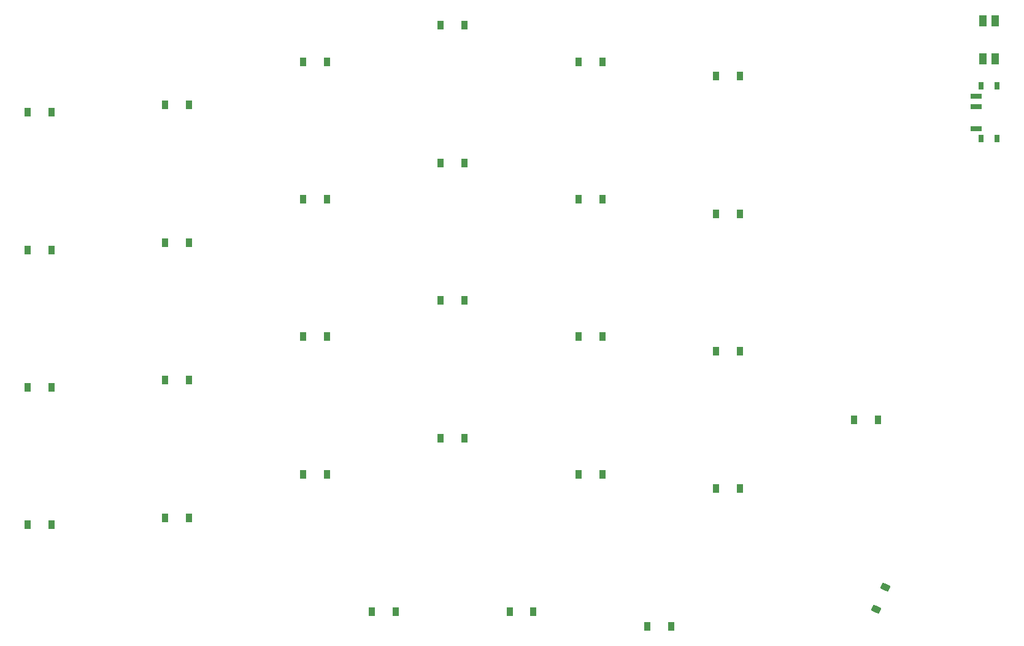
<source format=gbr>
%TF.GenerationSoftware,KiCad,Pcbnew,8.0.5*%
%TF.CreationDate,2024-11-30T23:52:13+01:00*%
%TF.ProjectId,left_finished,6c656674-5f66-4696-9e69-736865642e6b,v1.0.0*%
%TF.SameCoordinates,Original*%
%TF.FileFunction,Paste,Top*%
%TF.FilePolarity,Positive*%
%FSLAX46Y46*%
G04 Gerber Fmt 4.6, Leading zero omitted, Abs format (unit mm)*
G04 Created by KiCad (PCBNEW 8.0.5) date 2024-11-30 23:52:13*
%MOMM*%
%LPD*%
G01*
G04 APERTURE LIST*
G04 Aperture macros list*
%AMRotRect*
0 Rectangle, with rotation*
0 The origin of the aperture is its center*
0 $1 length*
0 $2 width*
0 $3 Rotation angle, in degrees counterclockwise*
0 Add horizontal line*
21,1,$1,$2,0,0,$3*%
G04 Aperture macros list end*
%ADD10R,0.900000X1.200000*%
%ADD11RotRect,0.900000X1.200000X66.000000*%
%ADD12R,0.800000X1.000000*%
%ADD13R,1.500000X0.700000*%
%ADD14R,1.000000X1.550000*%
G04 APERTURE END LIST*
D10*
%TO.C,D6*%
X165350000Y-155000000D03*
X168650000Y-155000000D03*
%TD*%
%TO.C,D13*%
X203350000Y-163000000D03*
X206650000Y-163000000D03*
%TD*%
%TO.C,D16*%
X203350000Y-106000000D03*
X206650000Y-106000000D03*
%TD*%
%TO.C,D23*%
X241350000Y-132000000D03*
X244650000Y-132000000D03*
%TD*%
%TO.C,D2*%
X146350000Y-156000000D03*
X149650000Y-156000000D03*
%TD*%
%TO.C,D29*%
X260350000Y-160500000D03*
X263650000Y-160500000D03*
%TD*%
%TO.C,D14*%
X203350000Y-144000000D03*
X206650000Y-144000000D03*
%TD*%
%TO.C,D8*%
X165350000Y-117000000D03*
X168650000Y-117000000D03*
%TD*%
%TO.C,D11*%
X184350000Y-130000000D03*
X187650000Y-130000000D03*
%TD*%
%TO.C,D3*%
X146350000Y-137000000D03*
X149650000Y-137000000D03*
%TD*%
%TO.C,D10*%
X184350000Y-149000000D03*
X187650000Y-149000000D03*
%TD*%
%TO.C,D18*%
X222350000Y-149000000D03*
X225650000Y-149000000D03*
%TD*%
D11*
%TO.C,D28*%
X263396612Y-186641033D03*
X264738842Y-183626333D03*
%TD*%
D10*
%TO.C,D17*%
X222350000Y-168000000D03*
X225650000Y-168000000D03*
%TD*%
%TO.C,D27*%
X231850000Y-189000000D03*
X235150000Y-189000000D03*
%TD*%
%TO.C,D25*%
X193850000Y-187000000D03*
X197150000Y-187000000D03*
%TD*%
%TO.C,D26*%
X212850000Y-187000000D03*
X216150000Y-187000000D03*
%TD*%
%TO.C,D9*%
X184350000Y-168000000D03*
X187650000Y-168000000D03*
%TD*%
%TO.C,D7*%
X165350000Y-136000000D03*
X168650000Y-136000000D03*
%TD*%
%TO.C,D1*%
X146350000Y-175000000D03*
X149650000Y-175000000D03*
%TD*%
%TO.C,D19*%
X222350000Y-130000000D03*
X225650000Y-130000000D03*
%TD*%
%TO.C,D21*%
X241350000Y-170000000D03*
X244650000Y-170000000D03*
%TD*%
%TO.C,D24*%
X241350000Y-113000000D03*
X244650000Y-113000000D03*
%TD*%
%TO.C,D15*%
X203350000Y-125000000D03*
X206650000Y-125000000D03*
%TD*%
%TO.C,D4*%
X146350000Y-118000000D03*
X149650000Y-118000000D03*
%TD*%
%TO.C,D12*%
X184350000Y-111000000D03*
X187650000Y-111000000D03*
%TD*%
%TO.C,D20*%
X222350000Y-111000000D03*
X225650000Y-111000000D03*
%TD*%
%TO.C,D22*%
X241350000Y-151000000D03*
X244650000Y-151000000D03*
%TD*%
%TO.C,D5*%
X165350000Y-174000000D03*
X168650000Y-174000000D03*
%TD*%
D12*
%TO.C,PWR1*%
X277915000Y-114350000D03*
X277915000Y-121650000D03*
X280125000Y-114350000D03*
X280125000Y-121650000D03*
D13*
X277265000Y-120250000D03*
X277265000Y-117250000D03*
X277265000Y-115750000D03*
%TD*%
D14*
%TO.C,RST1*%
X279850000Y-110625000D03*
X278150000Y-110625000D03*
X279850000Y-105375000D03*
X278150000Y-105375000D03*
%TD*%
M02*

</source>
